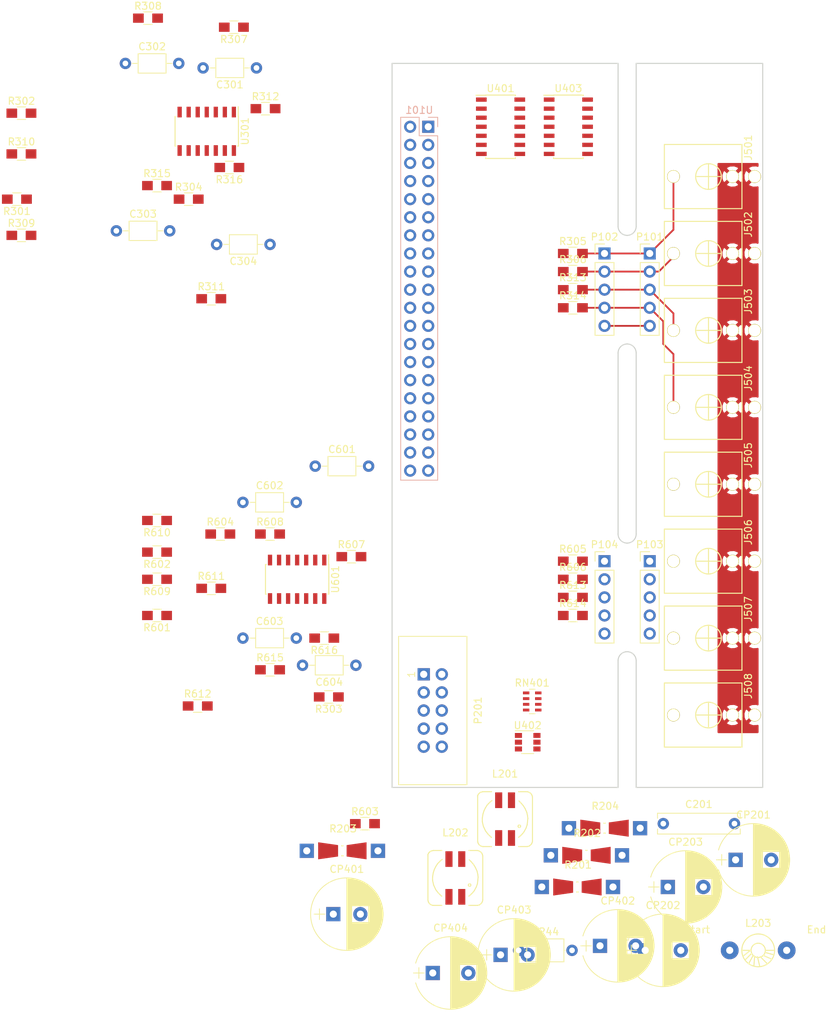
<source format=kicad_pcb>
(kicad_pcb (version 4) (host pcbnew 4.0.5+dfsg1-4)
  (layers (0 F.Cu signal) (31 B.Cu signal) (34 B.Paste user hide) (35 F.Paste user hide) (36 B.SilkS user) (37 F.SilkS user) (38 B.Mask user) (39 F.Mask user) (44 Edge.Cuts user))
  (net 0 "")
  (net 1 "Net-(C301-Pad2)")
  (net 2 "Net-(C301-Pad1)")
  (net 3 "Net-(C302-Pad2)")
  (net 4 "Net-(C302-Pad1)")
  (net 5 "Net-(C303-Pad2)")
  (net 6 "Net-(C304-Pad2)")
  (net 7 "Net-(C303-Pad1)")
  (net 8 "Net-(C304-Pad1)")
  (net 9 Earth)
  (net 10 +5V)
  (net 11 "Net-(C601-Pad1)")
  (net 12 "Net-(C601-Pad2)")
  (net 13 "Net-(C602-Pad1)")
  (net 14 "Net-(C602-Pad2)")
  (net 15 "Net-(C603-Pad1)")
  (net 16 "Net-(C603-Pad2)")
  (net 17 "Net-(C604-Pad1)")
  (net 18 "Net-(C604-Pad2)")
  (net 19 /1)
  (net 20 /2)
  (net 21 /3)
  (net 22 /4)
  (net 23 /5)
  (net 24 /6)
  (net 25 /7)
  (net 26 /8)
  (net 27 "/buffers 1-4/-5V")
  (net 28 /adc/SCL_5V)
  (net 29 /adc/SDA_5V)
  (net 30 +3V3)
  (net 31 "Net-(L201-Pad2)")
  (net 32 "Net-(L202-Pad2)")
  (net 33 "Net-(C201-Pad1)")
  (net 34 "Net-(C201-Pad2)")
  (net 35 VEE)
  (net 36 VCC)
  (net 37 "Net-(R201-Pad1)")
  (net 38 "Net-(R202-Pad2)")
  (net 39 "Net-(R203-Pad2)")
  (net 40 /I2C_data)
  (net 41 /I2C_clock)
  (net 42 "Net-(U101-Pad7)")
  (net 43 "Net-(U101-Pad8)")
  (net 44 "Net-(U101-Pad10)")
  (net 45 "Net-(U101-Pad11)")
  (net 46 "Net-(U101-Pad12)")
  (net 47 "Net-(U101-Pad13)")
  (net 48 "Net-(U101-Pad15)")
  (net 49 "Net-(U101-Pad16)")
  (net 50 "Net-(U101-Pad17)")
  (net 51 "Net-(U101-Pad18)")
  (net 52 "Net-(U101-Pad19)")
  (net 53 "Net-(U101-Pad21)")
  (net 54 "Net-(U101-Pad22)")
  (net 55 "Net-(U101-Pad23)")
  (net 56 "Net-(U101-Pad24)")
  (net 57 "Net-(U101-Pad26)")
  (net 58 "Net-(U101-Pad27)")
  (net 59 "Net-(U101-Pad28)")
  (net 60 "Net-(U101-Pad29)")
  (net 61 "Net-(U101-Pad31)")
  (net 62 "Net-(U101-Pad32)")
  (net 63 "Net-(U101-Pad33)")
  (net 64 "Net-(U101-Pad35)")
  (net 65 "Net-(U101-Pad36)")
  (net 66 "Net-(U101-Pad37)")
  (net 67 "Net-(U101-Pad38)")
  (net 68 "Net-(U101-Pad40)")
  (module Capacitors_THT:C_Axial_L3.8mm_D2.6mm_P7.50mm_Horizontal (layer F.Cu) (at 103.505 63.5 180)
    (fp_text reference C304 (at 3.75 -2.36 180) (layer F.SilkS))
    (fp_text value 560pF)
    (pad 1 thru_hole circle (at 0 0 180) (size 1.6 1.6) (drill 0.8) (layers *.Cu *.Mask) (net 8 "Net-(C304-Pad1)"))
    (pad 2 thru_hole oval (at 7.5 0 180) (size 1.6 1.6) (drill 0.8) (layers *.Cu *.Mask) (net 6 "Net-(C304-Pad2)"))
  )
  (module Capacitors_THT:C_Axial_L3.8mm_D2.6mm_P7.50mm_Horizontal (layer F.Cu) (at 81.915 61.595)
    (fp_text reference C303 (at 3.75 -2.36) (layer F.SilkS))
    (fp_text value 560pF)
    (pad 1 thru_hole circle (at 0 0) (size 1.6 1.6) (drill 0.8) (layers *.Cu *.Mask) (net 7 "Net-(C303-Pad1)"))
    (pad 2 thru_hole oval (at 7.5 0) (size 1.6 1.6) (drill 0.8) (layers *.Cu *.Mask) (net 5 "Net-(C303-Pad2)"))
  )
  (module Capacitors_THT:C_Axial_L3.8mm_D2.6mm_P7.50mm_Horizontal (layer F.Cu) (at 83.185 38.1)
    (fp_text reference C302 (at 3.75 -2.36) (layer F.SilkS))
    (fp_text value 560pF)
    (pad 1 thru_hole circle (at 0 0) (size 1.6 1.6) (drill 0.8) (layers *.Cu *.Mask) (net 4 "Net-(C302-Pad1)"))
    (pad 2 thru_hole oval (at 7.5 0) (size 1.6 1.6) (drill 0.8) (layers *.Cu *.Mask) (net 3 "Net-(C302-Pad2)"))
  )
  (module Capacitors_THT:C_Axial_L3.8mm_D2.6mm_P7.50mm_Horizontal (layer F.Cu) (at 101.6 38.735 180)
    (fp_text reference C301 (at 3.75 -2.36 180) (layer F.SilkS))
    (fp_text value 560pF)
    (pad 1 thru_hole circle (at 0 0 180) (size 1.6 1.6) (drill 0.8) (layers *.Cu *.Mask) (net 2 "Net-(C301-Pad1)"))
    (pad 2 thru_hole oval (at 7.5 0 180) (size 1.6 1.6) (drill 0.8) (layers *.Cu *.Mask) (net 1 "Net-(C301-Pad2)"))
  )
  (module Housings_SOIC:SOIC-14_3.9x8.7mm_Pitch1.27mm (layer F.Cu) (at 145.415 46.99)
    (fp_text reference U403 (at 0 -5.375) (layer F.SilkS))
    (fp_text value MCP3424)
    (pad 1 smd rect (at -2.7 -3.81) (size 1.5 0.6) (layers F.Cu F.Paste F.Mask) (net 23 /5))
    (pad 2 smd rect (at -2.7 -2.54) (size 1.5 0.6) (layers F.Cu F.Paste F.Mask) (net 9 Earth))
    (pad 3 smd rect (at -2.7 -1.27) (size 1.5 0.6) (layers F.Cu F.Paste F.Mask) (net 24 /6))
    (pad 4 smd rect (at -2.7 0) (size 1.5 0.6) (layers F.Cu F.Paste F.Mask) (net 9 Earth))
    (pad 5 smd rect (at -2.7 1.27) (size 1.5 0.6) (layers F.Cu F.Paste F.Mask) (net 9 Earth))
    (pad 6 smd rect (at -2.7 2.54) (size 1.5 0.6) (layers F.Cu F.Paste F.Mask) (net 10 +5V))
    (pad 7 smd rect (at -2.7 3.81) (size 1.5 0.6) (layers F.Cu F.Paste F.Mask) (net 29 /adc/SDA_5V))
    (pad 8 smd rect (at 2.7 3.81) (size 1.5 0.6) (layers F.Cu F.Paste F.Mask) (net 28 /adc/SCL_5V))
    (pad 9 smd rect (at 2.7 2.54) (size 1.5 0.6) (layers F.Cu F.Paste F.Mask) (net 10 +5V))
    (pad 10 smd rect (at 2.7 1.27) (size 1.5 0.6) (layers F.Cu F.Paste F.Mask) (net 9 Earth))
    (pad 11 smd rect (at 2.7 0) (size 1.5 0.6) (layers F.Cu F.Paste F.Mask) (net 26 /8))
    (pad 12 smd rect (at 2.7 -1.27) (size 1.5 0.6) (layers F.Cu F.Paste F.Mask) (net 9 Earth))
    (pad 13 smd rect (at 2.7 -2.54) (size 1.5 0.6) (layers F.Cu F.Paste F.Mask) (net 25 /7))
    (pad 14 smd rect (at 2.7 -3.81) (size 1.5 0.6) (layers F.Cu F.Paste F.Mask) (net 9 Earth))
  )
  (module Housings_SOIC:SOIC-14_3.9x8.7mm_Pitch1.27mm (layer F.Cu) (at 135.89 46.99)
    (fp_text reference U401 (at 0 -5.375) (layer F.SilkS))
    (fp_text value MCP3424)
    (pad 1 smd rect (at -2.7 -3.81) (size 1.5 0.6) (layers F.Cu F.Paste F.Mask) (net 19 /1))
    (pad 2 smd rect (at -2.7 -2.54) (size 1.5 0.6) (layers F.Cu F.Paste F.Mask) (net 9 Earth))
    (pad 3 smd rect (at -2.7 -1.27) (size 1.5 0.6) (layers F.Cu F.Paste F.Mask) (net 20 /2))
    (pad 4 smd rect (at -2.7 0) (size 1.5 0.6) (layers F.Cu F.Paste F.Mask) (net 9 Earth))
    (pad 5 smd rect (at -2.7 1.27) (size 1.5 0.6) (layers F.Cu F.Paste F.Mask) (net 9 Earth))
    (pad 6 smd rect (at -2.7 2.54) (size 1.5 0.6) (layers F.Cu F.Paste F.Mask) (net 10 +5V))
    (pad 7 smd rect (at -2.7 3.81) (size 1.5 0.6) (layers F.Cu F.Paste F.Mask) (net 29 /adc/SDA_5V))
    (pad 8 smd rect (at 2.7 3.81) (size 1.5 0.6) (layers F.Cu F.Paste F.Mask) (net 28 /adc/SCL_5V))
    (pad 9 smd rect (at 2.7 2.54) (size 1.5 0.6) (layers F.Cu F.Paste F.Mask) (net 9 Earth))
    (pad 10 smd rect (at 2.7 1.27) (size 1.5 0.6) (layers F.Cu F.Paste F.Mask) (net 10 +5V))
    (pad 11 smd rect (at 2.7 0) (size 1.5 0.6) (layers F.Cu F.Paste F.Mask) (net 21 /3))
    (pad 12 smd rect (at 2.7 -1.27) (size 1.5 0.6) (layers F.Cu F.Paste F.Mask) (net 9 Earth))
    (pad 13 smd rect (at 2.7 -2.54) (size 1.5 0.6) (layers F.Cu F.Paste F.Mask) (net 22 /4))
    (pad 14 smd rect (at 2.7 -3.81) (size 1.5 0.6) (layers F.Cu F.Paste F.Mask) (net 9 Earth))
  )
  (module Resistors_SMD:R_0805_HandSoldering (layer F.Cu) (at 97.79 52.705 180)
    (fp_text reference R316 (at 0 -1.7 180) (layer F.SilkS))
    (fp_text value 270)
    (pad 1 smd rect (at -1.35 0 180) (size 1.5 1.3) (layers F.Cu F.Paste F.Mask) (net 8 "Net-(C304-Pad1)"))
    (pad 2 smd rect (at 1.35 0 180) (size 1.5 1.3) (layers F.Cu F.Paste F.Mask) (net 6 "Net-(C304-Pad2)"))
  )
  (module Resistors_SMD:R_0805_HandSoldering (layer F.Cu) (at 87.63 55.245)
    (fp_text reference R315 (at 0 -1.7) (layer F.SilkS))
    (fp_text value 270)
    (pad 1 smd rect (at -1.35 0) (size 1.5 1.3) (layers F.Cu F.Paste F.Mask) (net 7 "Net-(C303-Pad1)"))
    (pad 2 smd rect (at 1.35 0) (size 1.5 1.3) (layers F.Cu F.Paste F.Mask) (net 5 "Net-(C303-Pad2)"))
  )
  (module Resistors_SMD:R_0805_HandSoldering (layer F.Cu) (at 146.05 72.39)
    (fp_text reference R314 (at 0 -1.7) (layer F.SilkS))
    (fp_text value 1k)
    (pad 1 smd rect (at -1.35 0) (size 1.5 1.3) (layers F.Cu F.Paste F.Mask) (net 6 "Net-(C304-Pad2)"))
    (pad 2 smd rect (at 1.35 0) (size 1.5 1.3) (layers F.Cu F.Paste F.Mask) (net 22 /4))
  )
  (module Resistors_SMD:R_0805_HandSoldering (layer F.Cu) (at 146.05 69.85)
    (fp_text reference R313 (at 0 -1.7) (layer F.SilkS))
    (fp_text value 1k)
    (pad 1 smd rect (at -1.35 0) (size 1.5 1.3) (layers F.Cu F.Paste F.Mask) (net 5 "Net-(C303-Pad2)"))
    (pad 2 smd rect (at 1.35 0) (size 1.5 1.3) (layers F.Cu F.Paste F.Mask) (net 21 /3))
  )
  (module Resistors_SMD:R_0805_HandSoldering (layer F.Cu) (at 102.87 44.45)
    (fp_text reference R312 (at 0 -1.7) (layer F.SilkS))
    (fp_text value 100R)
    (pad 1 smd rect (at -1.35 0) (size 1.5 1.3) (layers F.Cu F.Paste F.Mask) (net 22 /4))
    (pad 2 smd rect (at 1.35 0) (size 1.5 1.3) (layers F.Cu F.Paste F.Mask) (net 8 "Net-(C304-Pad1)"))
  )
  (module Resistors_SMD:R_0805_HandSoldering (layer F.Cu) (at 95.25 71.12)
    (fp_text reference R311 (at 0 -1.7) (layer F.SilkS))
    (fp_text value 100R)
    (pad 1 smd rect (at -1.35 0) (size 1.5 1.3) (layers F.Cu F.Paste F.Mask) (net 21 /3))
    (pad 2 smd rect (at 1.35 0) (size 1.5 1.3) (layers F.Cu F.Paste F.Mask) (net 7 "Net-(C303-Pad1)"))
  )
  (module Resistors_SMD:R_0805_HandSoldering (layer F.Cu) (at 68.58 50.8)
    (fp_text reference R310 (at 0 -1.7) (layer F.SilkS))
    (fp_text value 499)
    (pad 1 smd rect (at -1.35 0) (size 1.5 1.3) (layers F.Cu F.Paste F.Mask) (net 6 "Net-(C304-Pad2)"))
    (pad 2 smd rect (at 1.35 0) (size 1.5 1.3) (layers F.Cu F.Paste F.Mask) (net 27 "/buffers 1-4/-5V"))
  )
  (module Resistors_SMD:R_0805_HandSoldering (layer F.Cu) (at 68.58 62.23)
    (fp_text reference R309 (at 0 -1.7) (layer F.SilkS))
    (fp_text value 499)
    (pad 1 smd rect (at -1.35 0) (size 1.5 1.3) (layers F.Cu F.Paste F.Mask) (net 5 "Net-(C303-Pad2)"))
    (pad 2 smd rect (at 1.35 0) (size 1.5 1.3) (layers F.Cu F.Paste F.Mask) (net 27 "/buffers 1-4/-5V"))
  )
  (module Resistors_SMD:R_0805_HandSoldering (layer F.Cu) (at 86.36 31.75)
    (fp_text reference R308 (at 0 -1.7) (layer F.SilkS))
    (fp_text value 270)
    (pad 1 smd rect (at -1.35 0) (size 1.5 1.3) (layers F.Cu F.Paste F.Mask) (net 4 "Net-(C302-Pad1)"))
    (pad 2 smd rect (at 1.35 0) (size 1.5 1.3) (layers F.Cu F.Paste F.Mask) (net 3 "Net-(C302-Pad2)"))
  )
  (module Resistors_SMD:R_0805_HandSoldering (layer F.Cu) (at 146.05 67.31)
    (fp_text reference R306 (at 0 -1.7) (layer F.SilkS))
    (fp_text value 1k)
    (pad 1 smd rect (at -1.35 0) (size 1.5 1.3) (layers F.Cu F.Paste F.Mask) (net 3 "Net-(C302-Pad2)"))
    (pad 2 smd rect (at 1.35 0) (size 1.5 1.3) (layers F.Cu F.Paste F.Mask) (net 20 /2))
  )
  (module Resistors_SMD:R_0805_HandSoldering (layer F.Cu) (at 92.075 57.15)
    (fp_text reference R304 (at 0 -1.7) (layer F.SilkS))
    (fp_text value 100R)
    (pad 1 smd rect (at -1.35 0) (size 1.5 1.3) (layers F.Cu F.Paste F.Mask) (net 20 /2))
    (pad 2 smd rect (at 1.35 0) (size 1.5 1.3) (layers F.Cu F.Paste F.Mask) (net 4 "Net-(C302-Pad1)"))
  )
  (module Resistors_SMD:R_0805_HandSoldering (layer F.Cu) (at 68.58 45.085)
    (fp_text reference R302 (at 0 -1.7) (layer F.SilkS))
    (fp_text value 499)
    (pad 1 smd rect (at -1.35 0) (size 1.5 1.3) (layers F.Cu F.Paste F.Mask) (net 3 "Net-(C302-Pad2)"))
    (pad 2 smd rect (at 1.35 0) (size 1.5 1.3) (layers F.Cu F.Paste F.Mask) (net 27 "/buffers 1-4/-5V"))
  )
  (module Resistors_SMD:R_0805_HandSoldering (layer F.Cu) (at 98.425 33.02 180)
    (fp_text reference R307 (at 0 -1.7 180) (layer F.SilkS))
    (fp_text value 270)
    (pad 1 smd rect (at -1.35 0 180) (size 1.5 1.3) (layers F.Cu F.Paste F.Mask) (net 2 "Net-(C301-Pad1)"))
    (pad 2 smd rect (at 1.35 0 180) (size 1.5 1.3) (layers F.Cu F.Paste F.Mask) (net 1 "Net-(C301-Pad2)"))
  )
  (module Resistors_SMD:R_0805_HandSoldering (layer F.Cu) (at 146.05 64.77)
    (fp_text reference R305 (at 0 -1.7) (layer F.SilkS))
    (fp_text value 1k)
    (pad 1 smd rect (at -1.35 0) (size 1.5 1.3) (layers F.Cu F.Paste F.Mask) (net 1 "Net-(C301-Pad2)"))
    (pad 2 smd rect (at 1.35 0) (size 1.5 1.3) (layers F.Cu F.Paste F.Mask) (net 19 /1))
  )
  (module Resistors_SMD:R_0805_HandSoldering (layer F.Cu) (at 111.76 127 180)
    (fp_text reference R303 (at 0 -1.7 180) (layer F.SilkS))
    (fp_text value 100R)
    (pad 1 smd rect (at -1.35 0 180) (size 1.5 1.3) (layers F.Cu F.Paste F.Mask) (net 19 /1))
    (pad 2 smd rect (at 1.35 0 180) (size 1.5 1.3) (layers F.Cu F.Paste F.Mask) (net 2 "Net-(C301-Pad1)"))
  )
  (module Resistors_SMD:R_0805_HandSoldering (layer F.Cu) (at 67.945 57.15 180)
    (fp_text reference R301 (at 0 -1.7 180) (layer F.SilkS))
    (fp_text value 499)
    (pad 1 smd rect (at -1.35 0 180) (size 1.5 1.3) (layers F.Cu F.Paste F.Mask) (net 1 "Net-(C301-Pad2)"))
    (pad 2 smd rect (at 1.35 0 180) (size 1.5 1.3) (layers F.Cu F.Paste F.Mask) (net 27 "/buffers 1-4/-5V"))
  )
  (module Capacitors_THT:C_Axial_L3.8mm_D2.6mm_P7.50mm_Horizontal (layer F.Cu) (at 109.855 94.615)
    (fp_text reference C601 (at 3.75 -2.36) (layer F.SilkS))
    (fp_text value 560pF)
    (pad 1 thru_hole circle (at 0 0) (size 1.6 1.6) (drill 0.8) (layers *.Cu *.Mask) (net 11 "Net-(C601-Pad1)"))
    (pad 2 thru_hole oval (at 7.5 0) (size 1.6 1.6) (drill 0.8) (layers *.Cu *.Mask) (net 12 "Net-(C601-Pad2)"))
  )
  (module Capacitors_THT:C_Axial_L3.8mm_D2.6mm_P7.50mm_Horizontal (layer F.Cu) (at 99.695 99.695)
    (fp_text reference C602 (at 3.75 -2.36) (layer F.SilkS))
    (fp_text value 560pF)
    (pad 1 thru_hole circle (at 0 0) (size 1.6 1.6) (drill 0.8) (layers *.Cu *.Mask) (net 13 "Net-(C602-Pad1)"))
    (pad 2 thru_hole oval (at 7.5 0) (size 1.6 1.6) (drill 0.8) (layers *.Cu *.Mask) (net 14 "Net-(C602-Pad2)"))
  )
  (module Capacitors_THT:C_Axial_L3.8mm_D2.6mm_P7.50mm_Horizontal (layer F.Cu) (at 99.695 118.745)
    (fp_text reference C603 (at 3.75 -2.36) (layer F.SilkS))
    (fp_text value 560pF)
    (pad 1 thru_hole circle (at 0 0) (size 1.6 1.6) (drill 0.8) (layers *.Cu *.Mask) (net 15 "Net-(C603-Pad1)"))
    (pad 2 thru_hole oval (at 7.5 0) (size 1.6 1.6) (drill 0.8) (layers *.Cu *.Mask) (net 16 "Net-(C603-Pad2)"))
  )
  (module Capacitors_THT:C_Axial_L3.8mm_D2.6mm_P7.50mm_Horizontal (layer F.Cu) (at 115.57 122.555 180)
    (fp_text reference C604 (at 3.75 -2.36 180) (layer F.SilkS))
    (fp_text value 560pF)
    (pad 1 thru_hole circle (at 0 0 180) (size 1.6 1.6) (drill 0.8) (layers *.Cu *.Mask) (net 17 "Net-(C604-Pad1)"))
    (pad 2 thru_hole oval (at 7.5 0 180) (size 1.6 1.6) (drill 0.8) (layers *.Cu *.Mask) (net 18 "Net-(C604-Pad2)"))
  )
  (module Eurocad:PJ301M-12 (layer F.Cu) (at 165.1 53.975 90)
    (fp_text reference J501 (at 4.064 5.588 90) (layer F.SilkS))
    (fp_text value PJ301M-12)
    (pad 2 thru_hole circle (at 0 3.38 90) (size 1.8 1.8) (drill 1.6) (layers *.Cu *.Mask F.SilkS) (net 9 Earth))
    (pad 1 thru_hole circle (at 0 6.48 90) (size 1.8 1.8) (drill 1.6) (layers *.Cu *.Mask F.SilkS) (net 9 Earth))
    (pad 3 thru_hole circle (at 0 -4.92 90) (size 1.8 1.8) (drill 1.6) (layers *.Cu *.Mask F.SilkS) (net 19 /1))
  )
  (module Eurocad:PJ301M-12 (layer F.Cu) (at 165.1 64.77 90)
    (fp_text reference J502 (at 4.064 5.588 90) (layer F.SilkS))
    (fp_text value PJ301M-12)
    (pad 2 thru_hole circle (at 0 3.38 90) (size 1.8 1.8) (drill 1.6) (layers *.Cu *.Mask F.SilkS) (net 9 Earth))
    (pad 1 thru_hole circle (at 0 6.48 90) (size 1.8 1.8) (drill 1.6) (layers *.Cu *.Mask F.SilkS) (net 9 Earth))
    (pad 3 thru_hole circle (at 0 -4.92 90) (size 1.8 1.8) (drill 1.6) (layers *.Cu *.Mask F.SilkS) (net 20 /2))
  )
  (module Eurocad:PJ301M-12 (layer F.Cu) (at 165.1 75.565 90)
    (fp_text reference J503 (at 4.064 5.588 90) (layer F.SilkS))
    (fp_text value PJ301M-12)
    (pad 2 thru_hole circle (at 0 3.38 90) (size 1.8 1.8) (drill 1.6) (layers *.Cu *.Mask F.SilkS) (net 9 Earth))
    (pad 1 thru_hole circle (at 0 6.48 90) (size 1.8 1.8) (drill 1.6) (layers *.Cu *.Mask F.SilkS) (net 9 Earth))
    (pad 3 thru_hole circle (at 0 -4.92 90) (size 1.8 1.8) (drill 1.6) (layers *.Cu *.Mask F.SilkS) (net 21 /3))
  )
  (module Eurocad:PJ301M-12 (layer F.Cu) (at 165.1 86.36 90)
    (fp_text reference J504 (at 4.064 5.588 90) (layer F.SilkS))
    (fp_text value PJ301M-12)
    (pad 2 thru_hole circle (at 0 3.38 90) (size 1.8 1.8) (drill 1.6) (layers *.Cu *.Mask F.SilkS) (net 9 Earth))
    (pad 1 thru_hole circle (at 0 6.48 90) (size 1.8 1.8) (drill 1.6) (layers *.Cu *.Mask F.SilkS) (net 9 Earth))
    (pad 3 thru_hole circle (at 0 -4.92 90) (size 1.8 1.8) (drill 1.6) (layers *.Cu *.Mask F.SilkS) (net 22 /4))
  )
  (module Eurocad:PJ301M-12 (layer F.Cu) (at 165.1 97.155 90)
    (fp_text reference J505 (at 4.064 5.588 90) (layer F.SilkS))
    (fp_text value PJ301M-12)
    (pad 2 thru_hole circle (at 0 3.38 90) (size 1.8 1.8) (drill 1.6) (layers *.Cu *.Mask F.SilkS) (net 9 Earth))
    (pad 1 thru_hole circle (at 0 6.48 90) (size 1.8 1.8) (drill 1.6) (layers *.Cu *.Mask F.SilkS) (net 9 Earth))
    (pad 3 thru_hole circle (at 0 -4.92 90) (size 1.8 1.8) (drill 1.6) (layers *.Cu *.Mask F.SilkS) (net 23 /5))
  )
  (module Eurocad:PJ301M-12 (layer F.Cu) (at 165.1 107.95 90)
    (fp_text reference J506 (at 4.064 5.588 90) (layer F.SilkS))
    (fp_text value PJ301M-12)
    (pad 2 thru_hole circle (at 0 3.38 90) (size 1.8 1.8) (drill 1.6) (layers *.Cu *.Mask F.SilkS) (net 9 Earth))
    (pad 1 thru_hole circle (at 0 6.48 90) (size 1.8 1.8) (drill 1.6) (layers *.Cu *.Mask F.SilkS) (net 9 Earth))
    (pad 3 thru_hole circle (at 0 -4.92 90) (size 1.8 1.8) (drill 1.6) (layers *.Cu *.Mask F.SilkS) (net 24 /6))
  )
  (module Eurocad:PJ301M-12 (layer F.Cu) (at 165.1 118.745 90)
    (fp_text reference J507 (at 4.064 5.588 90) (layer F.SilkS))
    (fp_text value PJ301M-12)
    (pad 2 thru_hole circle (at 0 3.38 90) (size 1.8 1.8) (drill 1.6) (layers *.Cu *.Mask F.SilkS) (net 9 Earth))
    (pad 1 thru_hole circle (at 0 6.48 90) (size 1.8 1.8) (drill 1.6) (layers *.Cu *.Mask F.SilkS) (net 9 Earth))
    (pad 3 thru_hole circle (at 0 -4.92 90) (size 1.8 1.8) (drill 1.6) (layers *.Cu *.Mask F.SilkS) (net 25 /7))
  )
  (module Eurocad:PJ301M-12 (layer F.Cu) (at 165.1 129.54 90)
    (fp_text reference J508 (at 4.064 5.588 90) (layer F.SilkS))
    (fp_text value PJ301M-12)
    (pad 2 thru_hole circle (at 0 3.38 90) (size 1.8 1.8) (drill 1.6) (layers *.Cu *.Mask F.SilkS) (net 9 Earth))
    (pad 1 thru_hole circle (at 0 6.48 90) (size 1.8 1.8) (drill 1.6) (layers *.Cu *.Mask F.SilkS) (net 9 Earth))
    (pad 3 thru_hole circle (at 0 -4.92 90) (size 1.8 1.8) (drill 1.6) (layers *.Cu *.Mask F.SilkS) (net 26 /8))
  )
  (module Pin_Headers:Pin_Header_Straight_1x05_Pitch2.54mm (layer F.Cu) (at 156.845 64.77)
    (fp_text reference P101 (at 0 -2.33) (layer F.SilkS))
    (fp_text value CONN_01X05)
    (pad 1 thru_hole rect (at 0 0) (size 1.7 1.7) (drill 1) (layers *.Cu *.Mask) (net 19 /1))
    (pad 2 thru_hole oval (at 0 2.54) (size 1.7 1.7) (drill 1) (layers *.Cu *.Mask) (net 20 /2))
    (pad 3 thru_hole oval (at 0 5.08) (size 1.7 1.7) (drill 1) (layers *.Cu *.Mask) (net 21 /3))
    (pad 4 thru_hole oval (at 0 7.62) (size 1.7 1.7) (drill 1) (layers *.Cu *.Mask) (net 22 /4))
    (pad 5 thru_hole oval (at 0 10.16) (size 1.7 1.7) (drill 1) (layers *.Cu *.Mask) (net 9 Earth))
  )
  (module Pin_Headers:Pin_Header_Straight_1x05_Pitch2.54mm (layer F.Cu) (at 150.495 64.77)
    (fp_text reference P102 (at 0 -2.33) (layer F.SilkS))
    (fp_text value CONN_01X05)
    (pad 1 thru_hole rect (at 0 0) (size 1.7 1.7) (drill 1) (layers *.Cu *.Mask) (net 19 /1))
    (pad 2 thru_hole oval (at 0 2.54) (size 1.7 1.7) (drill 1) (layers *.Cu *.Mask) (net 20 /2))
    (pad 3 thru_hole oval (at 0 5.08) (size 1.7 1.7) (drill 1) (layers *.Cu *.Mask) (net 21 /3))
    (pad 4 thru_hole oval (at 0 7.62) (size 1.7 1.7) (drill 1) (layers *.Cu *.Mask) (net 22 /4))
    (pad 5 thru_hole oval (at 0 10.16) (size 1.7 1.7) (drill 1) (layers *.Cu *.Mask) (net 9 Earth))
  )
  (module Pin_Headers:Pin_Header_Straight_1x05_Pitch2.54mm (layer F.Cu) (at 156.845 107.95)
    (fp_text reference P103 (at 0 -2.33) (layer F.SilkS))
    (fp_text value CONN_01X05)
    (pad 1 thru_hole rect (at 0 0) (size 1.7 1.7) (drill 1) (layers *.Cu *.Mask) (net 23 /5))
    (pad 2 thru_hole oval (at 0 2.54) (size 1.7 1.7) (drill 1) (layers *.Cu *.Mask) (net 24 /6))
    (pad 3 thru_hole oval (at 0 5.08) (size 1.7 1.7) (drill 1) (layers *.Cu *.Mask) (net 25 /7))
    (pad 4 thru_hole oval (at 0 7.62) (size 1.7 1.7) (drill 1) (layers *.Cu *.Mask) (net 26 /8))
    (pad 5 thru_hole oval (at 0 10.16) (size 1.7 1.7) (drill 1) (layers *.Cu *.Mask) (net 9 Earth))
  )
  (module Pin_Headers:Pin_Header_Straight_1x05_Pitch2.54mm (layer F.Cu) (at 150.495 107.95)
    (fp_text reference P104 (at 0 -2.33) (layer F.SilkS))
    (fp_text value CONN_01X05)
    (pad 1 thru_hole rect (at 0 0) (size 1.7 1.7) (drill 1) (layers *.Cu *.Mask) (net 23 /5))
    (pad 2 thru_hole oval (at 0 2.54) (size 1.7 1.7) (drill 1) (layers *.Cu *.Mask) (net 24 /6))
    (pad 3 thru_hole oval (at 0 5.08) (size 1.7 1.7) (drill 1) (layers *.Cu *.Mask) (net 25 /7))
    (pad 4 thru_hole oval (at 0 7.62) (size 1.7 1.7) (drill 1) (layers *.Cu *.Mask) (net 26 /8))
    (pad 5 thru_hole oval (at 0 10.16) (size 1.7 1.7) (drill 1) (layers *.Cu *.Mask) (net 9 Earth))
  )
  (module Resistors_SMD:R_0805_HandSoldering (layer F.Cu) (at 87.63 115.57 180)
    (fp_text reference R601 (at 0 -1.7 180) (layer F.SilkS))
    (fp_text value 499)
    (pad 1 smd rect (at -1.35 0 180) (size 1.5 1.3) (layers F.Cu F.Paste F.Mask) (net 12 "Net-(C601-Pad2)"))
    (pad 2 smd rect (at 1.35 0 180) (size 1.5 1.3) (layers F.Cu F.Paste F.Mask) (net 27 "/buffers 1-4/-5V"))
  )
  (module Resistors_SMD:R_0805_HandSoldering (layer F.Cu) (at 87.63 106.68 180)
    (fp_text reference R602 (at 0 -1.7 180) (layer F.SilkS))
    (fp_text value 499)
    (pad 1 smd rect (at -1.35 0 180) (size 1.5 1.3) (layers F.Cu F.Paste F.Mask) (net 14 "Net-(C602-Pad2)"))
    (pad 2 smd rect (at 1.35 0 180) (size 1.5 1.3) (layers F.Cu F.Paste F.Mask) (net 27 "/buffers 1-4/-5V"))
  )
  (module Resistors_SMD:R_0805_HandSoldering (layer F.Cu) (at 116.84 144.78)
    (fp_text reference R603 (at 0 -1.7) (layer F.SilkS))
    (fp_text value 100R)
    (pad 1 smd rect (at -1.35 0) (size 1.5 1.3) (layers F.Cu F.Paste F.Mask) (net 23 /5))
    (pad 2 smd rect (at 1.35 0) (size 1.5 1.3) (layers F.Cu F.Paste F.Mask) (net 11 "Net-(C601-Pad1)"))
  )
  (module Resistors_SMD:R_0805_HandSoldering (layer F.Cu) (at 96.52 104.14)
    (fp_text reference R604 (at 0 -1.7) (layer F.SilkS))
    (fp_text value 100R)
    (pad 1 smd rect (at -1.35 0) (size 1.5 1.3) (layers F.Cu F.Paste F.Mask) (net 24 /6))
    (pad 2 smd rect (at 1.35 0) (size 1.5 1.3) (layers F.Cu F.Paste F.Mask) (net 13 "Net-(C602-Pad1)"))
  )
  (module Resistors_SMD:R_0805_HandSoldering (layer F.Cu) (at 146.05 107.95)
    (fp_text reference R605 (at 0 -1.7) (layer F.SilkS))
    (fp_text value 1k)
    (pad 1 smd rect (at -1.35 0) (size 1.5 1.3) (layers F.Cu F.Paste F.Mask) (net 12 "Net-(C601-Pad2)"))
    (pad 2 smd rect (at 1.35 0) (size 1.5 1.3) (layers F.Cu F.Paste F.Mask) (net 23 /5))
  )
  (module Resistors_SMD:R_0805_HandSoldering (layer F.Cu) (at 146.05 110.49)
    (fp_text reference R606 (at 0 -1.7) (layer F.SilkS))
    (fp_text value 1k)
    (pad 1 smd rect (at -1.35 0) (size 1.5 1.3) (layers F.Cu F.Paste F.Mask) (net 14 "Net-(C602-Pad2)"))
    (pad 2 smd rect (at 1.35 0) (size 1.5 1.3) (layers F.Cu F.Paste F.Mask) (net 24 /6))
  )
  (module Resistors_SMD:R_0805_HandSoldering (layer F.Cu) (at 114.935 107.315)
    (fp_text reference R607 (at 0 -1.7) (layer F.SilkS))
    (fp_text value 270)
    (pad 1 smd rect (at -1.35 0) (size 1.5 1.3) (layers F.Cu F.Paste F.Mask) (net 11 "Net-(C601-Pad1)"))
    (pad 2 smd rect (at 1.35 0) (size 1.5 1.3) (layers F.Cu F.Paste F.Mask) (net 12 "Net-(C601-Pad2)"))
  )
  (module Resistors_SMD:R_0805_HandSoldering (layer F.Cu) (at 103.505 104.14)
    (fp_text reference R608 (at 0 -1.7) (layer F.SilkS))
    (fp_text value 270)
    (pad 1 smd rect (at -1.35 0) (size 1.5 1.3) (layers F.Cu F.Paste F.Mask) (net 13 "Net-(C602-Pad1)"))
    (pad 2 smd rect (at 1.35 0) (size 1.5 1.3) (layers F.Cu F.Paste F.Mask) (net 14 "Net-(C602-Pad2)"))
  )
  (module Resistors_SMD:R_0805_HandSoldering (layer F.Cu) (at 87.63 110.49 180)
    (fp_text reference R609 (at 0 -1.7 180) (layer F.SilkS))
    (fp_text value 499)
    (pad 1 smd rect (at -1.35 0 180) (size 1.5 1.3) (layers F.Cu F.Paste F.Mask) (net 16 "Net-(C603-Pad2)"))
    (pad 2 smd rect (at 1.35 0 180) (size 1.5 1.3) (layers F.Cu F.Paste F.Mask) (net 27 "/buffers 1-4/-5V"))
  )
  (module Resistors_SMD:R_0805_HandSoldering (layer F.Cu) (at 87.63 102.235 180)
    (fp_text reference R610 (at 0 -1.7 180) (layer F.SilkS))
    (fp_text value 499)
    (pad 1 smd rect (at -1.35 0 180) (size 1.5 1.3) (layers F.Cu F.Paste F.Mask) (net 18 "Net-(C604-Pad2)"))
    (pad 2 smd rect (at 1.35 0 180) (size 1.5 1.3) (layers F.Cu F.Paste F.Mask) (net 27 "/buffers 1-4/-5V"))
  )
  (module Resistors_SMD:R_0805_HandSoldering (layer F.Cu) (at 95.25 111.76)
    (fp_text reference R611 (at 0 -1.7) (layer F.SilkS))
    (fp_text value 100R)
    (pad 1 smd rect (at -1.35 0) (size 1.5 1.3) (layers F.Cu F.Paste F.Mask) (net 25 /7))
    (pad 2 smd rect (at 1.35 0) (size 1.5 1.3) (layers F.Cu F.Paste F.Mask) (net 15 "Net-(C603-Pad1)"))
  )
  (module Resistors_SMD:R_0805_HandSoldering (layer F.Cu) (at 93.345 128.27)
    (fp_text reference R612 (at 0 -1.7) (layer F.SilkS))
    (fp_text value 100R)
    (pad 1 smd rect (at -1.35 0) (size 1.5 1.3) (layers F.Cu F.Paste F.Mask) (net 26 /8))
    (pad 2 smd rect (at 1.35 0) (size 1.5 1.3) (layers F.Cu F.Paste F.Mask) (net 17 "Net-(C604-Pad1)"))
  )
  (module Resistors_SMD:R_0805_HandSoldering (layer F.Cu) (at 146.05 113.03)
    (fp_text reference R613 (at 0 -1.7) (layer F.SilkS))
    (fp_text value 1k)
    (pad 1 smd rect (at -1.35 0) (size 1.5 1.3) (layers F.Cu F.Paste F.Mask) (net 16 "Net-(C603-Pad2)"))
    (pad 2 smd rect (at 1.35 0) (size 1.5 1.3) (layers F.Cu F.Paste F.Mask) (net 25 /7))
  )
  (module Resistors_SMD:R_0805_HandSoldering (layer F.Cu) (at 146.05 115.57)
    (fp_text reference R614 (at 0 -1.7) (layer F.SilkS))
    (fp_text value 1k)
    (pad 1 smd rect (at -1.35 0) (size 1.5 1.3) (layers F.Cu F.Paste F.Mask) (net 18 "Net-(C604-Pad2)"))
    (pad 2 smd rect (at 1.35 0) (size 1.5 1.3) (layers F.Cu F.Paste F.Mask) (net 26 /8))
  )
  (module Resistors_SMD:R_0805_HandSoldering (layer F.Cu) (at 103.505 123.19)
    (fp_text reference R615 (at 0 -1.7) (layer F.SilkS))
    (fp_text value 270)
    (pad 1 smd rect (at -1.35 0) (size 1.5 1.3) (layers F.Cu F.Paste F.Mask) (net 15 "Net-(C603-Pad1)"))
    (pad 2 smd rect (at 1.35 0) (size 1.5 1.3) (layers F.Cu F.Paste F.Mask) (net 16 "Net-(C603-Pad2)"))
  )
  (module Resistors_SMD:R_0805_HandSoldering (layer F.Cu) (at 111.125 118.745 180)
    (fp_text reference R616 (at 0 -1.7 180) (layer F.SilkS))
    (fp_text value 270)
    (pad 1 smd rect (at -1.35 0 180) (size 1.5 1.3) (layers F.Cu F.Paste F.Mask) (net 17 "Net-(C604-Pad1)"))
    (pad 2 smd rect (at 1.35 0 180) (size 1.5 1.3) (layers F.Cu F.Paste F.Mask) (net 18 "Net-(C604-Pad2)"))
  )
  (module Resistors_SMD:R_Array_Concave_4x0603 (layer F.Cu) (at 140.335 127.635)
    (fp_text reference RN401 (at 0 -2.6) (layer F.SilkS))
    (fp_text value 10k)
    (pad 2 smd rect (at -0.85 -0.4) (size 0.9 0.4) (layers F.Cu F.Paste F.Mask) (net 28 /adc/SCL_5V))
    (pad 3 smd rect (at -0.85 0.4) (size 0.9 0.4) (layers F.Cu F.Paste F.Mask) (net 10 +5V))
    (pad 1 smd rect (at -0.85 -1.2) (size 0.9 0.4) (layers F.Cu F.Paste F.Mask) (net 10 +5V))
    (pad 4 smd rect (at -0.85 1.2) (size 0.9 0.4) (layers F.Cu F.Paste F.Mask) (net 29 /adc/SDA_5V))
    (pad 8 smd rect (at 0.85 -1.2) (size 0.9 0.4) (layers F.Cu F.Paste F.Mask) (net 40 /I2C_data))
    (pad 7 smd rect (at 0.85 -0.4) (size 0.9 0.4) (layers F.Cu F.Paste F.Mask) (net 30 +3V3))
    (pad 6 smd rect (at 0.85 0.4) (size 0.9 0.4) (layers F.Cu F.Paste F.Mask) (net 41 /I2C_clock))
    (pad 5 smd rect (at 0.85 1.2) (size 0.9 0.4) (layers F.Cu F.Paste F.Mask) (net 30 +3V3))
  )
  (module Pin_Headers:Pin_Header_Straight_2x20_Pitch2.54mm (layer B.Cu) (at 125.73 46.99 180)
    (fp_text reference U101 (at 1.27 2.33 180) (layer B.SilkS) (effects (justify mirror)))
    (fp_text value Raspberry_Pi_Zero)
    (pad 1 thru_hole rect (at 0 0 180) (size 1.7 1.7) (drill 1) (layers *.Cu *.Mask) (net 30 +3V3))
    (pad 2 thru_hole oval (at 2.54 0 180) (size 1.7 1.7) (drill 1) (layers *.Cu *.Mask) (net 10 +5V))
    (pad 3 thru_hole oval (at 0 -2.54 180) (size 1.7 1.7) (drill 1) (layers *.Cu *.Mask) (net 40 /I2C_data))
    (pad 4 thru_hole oval (at 2.54 -2.54 180) (size 1.7 1.7) (drill 1) (layers *.Cu *.Mask) (net 10 +5V))
    (pad 5 thru_hole oval (at 0 -5.08 180) (size 1.7 1.7) (drill 1) (layers *.Cu *.Mask) (net 41 /I2C_clock))
    (pad 6 thru_hole oval (at 2.54 -5.08 180) (size 1.7 1.7) (drill 1) (layers *.Cu *.Mask) (net 9 Earth))
    (pad 7 thru_hole oval (at 0 -7.62 180) (size 1.7 1.7) (drill 1) (layers *.Cu *.Mask) (net 42 "Net-(U101-Pad7)"))
    (pad 8 thru_hole oval (at 2.54 -7.62 180) (size 1.7 1.7) (drill 1) (layers *.Cu *.Mask) (net 43 "Net-(U101-Pad8)"))
    (pad 9 thru_hole oval (at 0 -10.16 180) (size 1.7 1.7) (drill 1) (layers *.Cu *.Mask) (net 9 Earth))
    (pad 10 thru_hole oval (at 2.54 -10.16 180) (size 1.7 1.7) (drill 1) (layers *.Cu *.Mask) (net 44 "Net-(U101-Pad10)"))
    (pad 11 thru_hole oval (at 0 -12.7 180) (size 1.7 1.7) (drill 1) (layers *.Cu *.Mask) (net 45 "Net-(U101-Pad11)"))
    (pad 12 thru_hole oval (at 2.54 -12.7 180) (size 1.7 1.7) (drill 1) (layers *.Cu *.Mask) (net 46 "Net-(U101-Pad12)"))
    (pad 13 thru_hole oval (at 0 -15.24 180) (size 1.7 1.7) (drill 1) (layers *.Cu *.Mask) (net 47 "Net-(U101-Pad13)"))
    (pad 14 thru_hole oval (at 2.54 -15.24 180) (size 1.7 1.7) (drill 1) (layers *.Cu *.Mask) (net 9 Earth))
    (pad 15 thru_hole oval (at 0 -17.78 180) (size 1.7 1.7) (drill 1) (layers *.Cu *.Mask) (net 48 "Net-(U101-Pad15)"))
    (pad 16 thru_hole oval (at 2.54 -17.78 180) (size 1.7 1.7) (drill 1) (layers *.Cu *.Mask) (net 49 "Net-(U101-Pad16)"))
    (pad 17 thru_hole oval (at 0 -20.32 180) (size 1.7 1.7) (drill 1) (layers *.Cu *.Mask) (net 50 "Net-(U101-Pad17)"))
    (pad 18 thru_hole oval (at 2.54 -20.32 180) (size 1.7 1.7) (drill 1) (layers *.Cu *.Mask) (net 51 "Net-(U101-Pad18)"))
    (pad 19 thru_hole oval (at 0 -22.86 180) (size 1.7 1.7) (drill 1) (layers *.Cu *.Mask) (net 52 "Net-(U101-Pad19)"))
    (pad 20 thru_hole oval (at 2.54 -22.86 180) (size 1.7 1.7) (drill 1) (layers *.Cu *.Mask) (net 9 Earth))
    (pad 21 thru_hole oval (at 0 -25.4 180) (size 1.7 1.7) (drill 1) (layers *.Cu *.Mask) (net 53 "Net-(U101-Pad21)"))
    (pad 22 thru_hole oval (at 2.54 -25.4 180) (size 1.7 1.7) (drill 1) (layers *.Cu *.Mask) (net 54 "Net-(U101-Pad22)"))
    (pad 23 thru_hole oval (at 0 -27.94 180) (size 1.7 1.7) (drill 1) (layers *.Cu *.Mask) (net 55 "Net-(U101-Pad23)"))
    (pad 24 thru_hole oval (at 2.54 -27.94 180) (size 1.7 1.7) (drill 1) (layers *.Cu *.Mask) (net 56 "Net-(U101-Pad24)"))
    (pad 25 thru_hole oval (at 0 -30.48 180) (size 1.7 1.7) (drill 1) (layers *.Cu *.Mask) (net 9 Earth))
    (pad 26 thru_hole oval (at 2.54 -30.48 180) (size 1.7 1.7) (drill 1) (layers *.Cu *.Mask) (net 57 "Net-(U101-Pad26)"))
    (pad 27 thru_hole oval (at 0 -33.02 180) (size 1.7 1.7) (drill 1) (layers *.Cu *.Mask) (net 58 "Net-(U101-Pad27)"))
    (pad 28 thru_hole oval (at 2.54 -33.02 180) (size 1.7 1.7) (drill 1) (layers *.Cu *.Mask) (net 59 "Net-(U101-Pad28)"))
    (pad 29 thru_hole oval (at 0 -35.56 180) (size 1.7 1.7) (drill 1) (layers *.Cu *.Mask) (net 60 "Net-(U101-Pad29)"))
    (pad 30 thru_hole oval (at 2.54 -35.56 180) (size 1.7 1.7) (drill 1) (layers *.Cu *.Mask) (net 9 Earth))
    (pad 31 thru_hole oval (at 0 -38.1 180) (size 1.7 1.7) (drill 1) (layers *.Cu *.Mask) (net 61 "Net-(U101-Pad31)"))
    (pad 32 thru_hole oval (at 2.54 -38.1 180) (size 1.7 1.7) (drill 1) (layers *.Cu *.Mask) (net 62 "Net-(U101-Pad32)"))
    (pad 33 thru_hole oval (at 0 -40.64 180) (size 1.7 1.7) (drill 1) (layers *.Cu *.Mask) (net 63 "Net-(U101-Pad33)"))
    (pad 34 thru_hole oval (at 2.54 -40.64 180) (size 1.7 1.7) (drill 1) (layers *.Cu *.Mask) (net 9 Earth))
    (pad 35 thru_hole oval (at 0 -43.18 180) (size 1.7 1.7) (drill 1) (layers *.Cu *.Mask) (net 64 "Net-(U101-Pad35)"))
    (pad 36 thru_hole oval (at 2.54 -43.18 180) (size 1.7 1.7) (drill 1) (layers *.Cu *.Mask) (net 65 "Net-(U101-Pad36)"))
    (pad 37 thru_hole oval (at 0 -45.72 180) (size 1.7 1.7) (drill 1) (layers *.Cu *.Mask) (net 66 "Net-(U101-Pad37)"))
    (pad 38 thru_hole oval (at 2.54 -45.72 180) (size 1.7 1.7) (drill 1) (layers *.Cu *.Mask) (net 67 "Net-(U101-Pad38)"))
    (pad 39 thru_hole oval (at 0 -48.26 180) (size 1.7 1.7) (drill 1) (layers *.Cu *.Mask) (net 9 Earth))
    (pad 40 thru_hole oval (at 2.54 -48.26 180) (size 1.7 1.7) (drill 1) (layers *.Cu *.Mask) (net 68 "Net-(U101-Pad40)"))
  )
  (module TO_SOT_Packages_SMD:SuperSOT-6 (layer F.Cu) (at 139.7 133.35)
    (fp_text reference U402 (at 0 -2.35) (layer F.SilkS))
    (fp_text value FDC6301N)
    (pad 1 smd rect (at -1.3 -0.95) (size 1 0.7) (layers F.Cu F.Paste F.Mask) (net 30 +3V3))
    (pad 2 smd rect (at -1.3 0) (size 1 0.7) (layers F.Cu F.Paste F.Mask) (net 40 /I2C_data))
    (pad 3 smd rect (at -1.3 0.95) (size 1 0.7) (layers F.Cu F.Paste F.Mask) (net 30 +3V3))
    (pad 4 smd rect (at 1.3 0.95) (size 1 0.7) (layers F.Cu F.Paste F.Mask) (net 29 /adc/SDA_5V))
    (pad 6 smd rect (at 1.3 -0.95) (size 1 0.7) (layers F.Cu F.Paste F.Mask) (net 28 /adc/SCL_5V))
    (pad 5 smd rect (at 1.3 0) (size 1 0.7) (layers F.Cu F.Paste F.Mask) (net 41 /I2C_clock))
  )
  (module Connectors:IDC_Header_Straight_10pins (layer F.Cu) (at 125.095 123.825 270)
    (fp_text reference P201 (at 5.08 -7.62 270) (layer F.SilkS))
    (fp_text value CONN_02X05)
    (fp_text user 1 (at 0.02 1.72 270) (layer F.SilkS) (effects (font (thickness 0.12))))
    (pad 1 thru_hole rect (at 0 0 270) (size 1.7272 1.7272) (drill 1.016) (layers *.Cu *.Mask) (net 31 "Net-(L201-Pad2)"))
    (pad 2 thru_hole oval (at 0 -2.54 270) (size 1.7272 1.7272) (drill 1.016) (layers *.Cu *.Mask) (net 31 "Net-(L201-Pad2)"))
    (pad 3 thru_hole oval (at 2.54 0 270) (size 1.7272 1.7272) (drill 1.016) (layers *.Cu *.Mask) (net 9 Earth))
    (pad 4 thru_hole oval (at 2.54 -2.54 270) (size 1.7272 1.7272) (drill 1.016) (layers *.Cu *.Mask) (net 9 Earth))
    (pad 5 thru_hole oval (at 5.08 0 270) (size 1.7272 1.7272) (drill 1.016) (layers *.Cu *.Mask) (net 9 Earth))
    (pad 6 thru_hole oval (at 5.08 -2.54 270) (size 1.7272 1.7272) (drill 1.016) (layers *.Cu *.Mask) (net 9 Earth))
    (pad 7 thru_hole oval (at 7.62 0 270) (size 1.7272 1.7272) (drill 1.016) (layers *.Cu *.Mask) (net 9 Earth))
    (pad 8 thru_hole oval (at 7.62 -2.54 270) (size 1.7272 1.7272) (drill 1.016) (layers *.Cu *.Mask) (net 9 Earth))
    (pad 9 thru_hole oval (at 10.16 0 270) (size 1.7272 1.7272) (drill 1.016) (layers *.Cu *.Mask) (net 32 "Net-(L202-Pad2)"))
    (pad 10 thru_hole oval (at 10.16 -2.54 270) (size 1.7272 1.7272) (drill 1.016) (layers *.Cu *.Mask) (net 32 "Net-(L202-Pad2)"))
  )
  (module Housings_SOIC:SOIC-14_3.9x8.7mm_Pitch1.27mm (layer F.Cu) (at 107.315 110.49 270)
    (fp_text reference U601 (at 0 -5.375 270) (layer F.SilkS))
    (fp_text value MCP6004)
    (pad 1 smd rect (at -2.7 -3.81 270) (size 1.5 0.6) (layers F.Cu F.Paste F.Mask) (net 11 "Net-(C601-Pad1)"))
    (pad 2 smd rect (at -2.7 -2.54 270) (size 1.5 0.6) (layers F.Cu F.Paste F.Mask) (net 12 "Net-(C601-Pad2)"))
    (pad 3 smd rect (at -2.7 -1.27 270) (size 1.5 0.6) (layers F.Cu F.Paste F.Mask) (net 9 Earth))
    (pad 4 smd rect (at -2.7 0 270) (size 1.5 0.6) (layers F.Cu F.Paste F.Mask) (net 10 +5V))
    (pad 5 smd rect (at -2.7 1.27 270) (size 1.5 0.6) (layers F.Cu F.Paste F.Mask) (net 9 Earth))
    (pad 6 smd rect (at -2.7 2.54 270) (size 1.5 0.6) (layers F.Cu F.Paste F.Mask) (net 14 "Net-(C602-Pad2)"))
    (pad 7 smd rect (at -2.7 3.81 270) (size 1.5 0.6) (layers F.Cu F.Paste F.Mask) (net 13 "Net-(C602-Pad1)"))
    (pad 8 smd rect (at 2.7 3.81 270) (size 1.5 0.6) (layers F.Cu F.Paste F.Mask) (net 15 "Net-(C603-Pad1)"))
    (pad 9 smd rect (at 2.7 2.54 270) (size 1.5 0.6) (layers F.Cu F.Paste F.Mask) (net 16 "Net-(C603-Pad2)"))
    (pad 10 smd rect (at 2.7 1.27 270) (size 1.5 0.6) (layers F.Cu F.Paste F.Mask) (net 9 Earth))
    (pad 11 smd rect (at 2.7 0 270) (size 1.5 0.6) (layers F.Cu F.Paste F.Mask) (net 9 Earth))
    (pad 12 smd rect (at 2.7 -1.27 270) (size 1.5 0.6) (layers F.Cu F.Paste F.Mask) (net 9 Earth))
    (pad 13 smd rect (at 2.7 -2.54 270) (size 1.5 0.6) (layers F.Cu F.Paste F.Mask) (net 18 "Net-(C604-Pad2)"))
    (pad 14 smd rect (at 2.7 -3.81 270) (size 1.5 0.6) (layers F.Cu F.Paste F.Mask) (net 17 "Net-(C604-Pad1)"))
  )
  (module Housings_SOIC:SOIC-14_3.9x8.7mm_Pitch1.27mm (layer F.Cu) (at 94.615 47.625 270)
    (fp_text reference U301 (at 0 -5.375 270) (layer F.SilkS))
    (fp_text value MCP6004)
    (pad 1 smd rect (at -2.7 -3.81 270) (size 1.5 0.6) (layers F.Cu F.Paste F.Mask) (net 2 "Net-(C301-Pad1)"))
    (pad 2 smd rect (at -2.7 -2.54 270) (size 1.5 0.6) (layers F.Cu F.Paste F.Mask) (net 1 "Net-(C301-Pad2)"))
    (pad 3 smd rect (at -2.7 -1.27 270) (size 1.5 0.6) (layers F.Cu F.Paste F.Mask) (net 9 Earth))
    (pad 4 smd rect (at -2.7 0 270) (size 1.5 0.6) (layers F.Cu F.Paste F.Mask) (net 10 +5V))
    (pad 5 smd rect (at -2.7 1.27 270) (size 1.5 0.6) (layers F.Cu F.Paste F.Mask) (net 9 Earth))
    (pad 6 smd rect (at -2.7 2.54 270) (size 1.5 0.6) (layers F.Cu F.Paste F.Mask) (net 3 "Net-(C302-Pad2)"))
    (pad 7 smd rect (at -2.7 3.81 270) (size 1.5 0.6) (layers F.Cu F.Paste F.Mask) (net 4 "Net-(C302-Pad1)"))
    (pad 8 smd rect (at 2.7 3.81 270) (size 1.5 0.6) (layers F.Cu F.Paste F.Mask) (net 7 "Net-(C303-Pad1)"))
    (pad 9 smd rect (at 2.7 2.54 270) (size 1.5 0.6) (layers F.Cu F.Paste F.Mask) (net 5 "Net-(C303-Pad2)"))
    (pad 10 smd rect (at 2.7 1.27 270) (size 1.5 0.6) (layers F.Cu F.Paste F.Mask) (net 9 Earth))
    (pad 11 smd rect (at 2.7 0 270) (size 1.5 0.6) (layers F.Cu F.Paste F.Mask) (net 9 Earth))
    (pad 12 smd rect (at 2.7 -1.27 270) (size 1.5 0.6) (layers F.Cu F.Paste F.Mask) (net 9 Earth))
    (pad 13 smd rect (at 2.7 -2.54 270) (size 1.5 0.6) (layers F.Cu F.Paste F.Mask) (net 6 "Net-(C304-Pad2)"))
    (pad 14 smd rect (at 2.7 -3.81 270) (size 1.5 0.6) (layers F.Cu F.Paste F.Mask) (net 8 "Net-(C304-Pad1)"))
  )
  (module Microwrave:Mousebite_Mini_1mm (layer B.Cu) (at 153.67 63.5 270)
    (fp_text reference MOUSEBITE1mm hide)
    (fp_text value VAL** hide)
    (pad "" np_thru_hole circle (at -0.5 0 270) (size 0.5 0.5) (drill 0.5) (layers *.Cu))
    (pad "" np_thru_hole circle (at 0.5 0 270) (size 0.5 0.5) (drill 0.5) (layers *.Cu))
  )
  (module Microwrave:Mousebite_Mini_1mm (layer B.Cu) (at 153.67 66.04 270)
    (fp_text reference MOUSEBITE1mm hide)
    (fp_text value VAL** hide)
    (pad "" np_thru_hole circle (at -0.5 0 270) (size 0.5 0.5) (drill 0.5) (layers *.Cu))
    (pad "" np_thru_hole circle (at 0.5 0 270) (size 0.5 0.5) (drill 0.5) (layers *.Cu))
  )
  (module Microwrave:Mousebite_Mini_1mm (layer B.Cu) (at 153.67 68.58 270)
    (fp_text reference MOUSEBITE1mm hide)
    (fp_text value VAL** hide)
    (pad "" np_thru_hole circle (at -0.5 0 270) (size 0.5 0.5) (drill 0.5) (layers *.Cu))
    (pad "" np_thru_hole circle (at 0.5 0 270) (size 0.5 0.5) (drill 0.5) (layers *.Cu))
  )
  (module Microwrave:Mousebite_Mini_1mm (layer B.Cu) (at 153.67 71.12 270)
    (fp_text reference MOUSEBITE1mm hide)
    (fp_text value VAL** hide)
    (pad "" np_thru_hole circle (at -0.5 0 270) (size 0.5 0.5) (drill 0.5) (layers *.Cu))
    (pad "" np_thru_hole circle (at 0.5 0 270) (size 0.5 0.5) (drill 0.5) (layers *.Cu))
  )
  (module Microwrave:Mousebite_Mini_1mm (layer B.Cu) (at 153.67 73.66 270)
    (fp_text reference MOUSEBITE1mm hide)
    (fp_text value VAL** hide)
    (pad "" np_thru_hole circle (at -0.5 0 270) (size 0.5 0.5) (drill 0.5) (layers *.Cu))
    (pad "" np_thru_hole circle (at 0.5 0 270) (size 0.5 0.5) (drill 0.5) (layers *.Cu))
  )
  (module Microwrave:Mousebite_Mini_1mm (layer B.Cu) (at 153.67 76.2 270)
    (fp_text reference MOUSEBITE1mm hide)
    (fp_text value VAL** hide)
    (pad "" np_thru_hole circle (at -0.5 0 270) (size 0.5 0.5) (drill 0.5) (layers *.Cu))
    (pad "" np_thru_hole circle (at 0.5 0 270) (size 0.5 0.5) (drill 0.5) (layers *.Cu))
  )
  (module Capacitors_THT:C_Rect_L11.5mm_W2.8mm_P10.00mm_MKT (layer F.Cu) (at 158.75 144.78)
    (fp_text reference C201 (at 5 -2.71) (layer F.SilkS))
    (fp_text value 1uF)
    (pad 1 thru_hole circle (at 0 0) (size 1.6 1.6) (drill 0.8) (layers *.Cu *.Mask) (net 33 "Net-(C201-Pad1)"))
    (pad 2 thru_hole circle (at 10 0) (size 1.6 1.6) (drill 0.8) (layers *.Cu *.Mask) (net 34 "Net-(C201-Pad2)"))
  )
  (module Capacitors_THT:C_Axial_L5.1mm_D3.1mm_P7.50mm_Horizontal (layer F.Cu) (at 138.43 162.56)
    (fp_text reference C244 (at 3.75 -2.61) (layer F.SilkS))
    (fp_text value 100nF)
    (pad 1 thru_hole circle (at 0 0) (size 1.6 1.6) (drill 0.8) (layers *.Cu *.Mask) (net 10 +5V))
    (pad 2 thru_hole oval (at 7.5 0) (size 1.6 1.6) (drill 0.8) (layers *.Cu *.Mask) (net 9 Earth))
  )
  (module Capacitors_THT:CP_Radial_D10.0mm_P5.00mm (layer F.Cu) (at 168.91 149.86)
    (fp_text reference CP201 (at 2.5 -6.31) (layer F.SilkS))
    (fp_text value 22uF)
    (pad 1 thru_hole rect (at 0 0) (size 2 2) (drill 1) (layers *.Cu *.Mask) (net 9 Earth))
    (pad 2 thru_hole circle (at 5 0) (size 2 2) (drill 1) (layers *.Cu *.Mask) (net 35 VEE))
  )
  (module Capacitors_THT:CP_Radial_D10.0mm_P5.00mm (layer F.Cu) (at 156.21 162.56)
    (fp_text reference CP202 (at 2.5 -6.31) (layer F.SilkS))
    (fp_text value 22uF)
    (pad 1 thru_hole rect (at 0 0) (size 2 2) (drill 1) (layers *.Cu *.Mask) (net 36 VCC))
    (pad 2 thru_hole circle (at 5 0) (size 2 2) (drill 1) (layers *.Cu *.Mask) (net 9 Earth))
  )
  (module Capacitors_THT:CP_Radial_D10.0mm_P5.00mm (layer F.Cu) (at 159.385 153.67)
    (fp_text reference CP203 (at 2.5 -6.31) (layer F.SilkS))
    (fp_text value 22uF)
    (pad 1 thru_hole rect (at 0 0) (size 2 2) (drill 1) (layers *.Cu *.Mask) (net 10 +5V))
    (pad 2 thru_hole circle (at 5 0) (size 2 2) (drill 1) (layers *.Cu *.Mask) (net 9 Earth))
  )
  (module Capacitors_THT:CP_Radial_D10.0mm_P3.80mm (layer F.Cu) (at 112.395 157.48)
    (fp_text reference CP401 (at 1.9 -6.31) (layer F.SilkS))
    (fp_text value 100nF)
    (pad 1 thru_hole rect (at 0 0) (size 2 2) (drill 1) (layers *.Cu *.Mask) (net 10 +5V))
    (pad 2 thru_hole circle (at 3.8 0) (size 2 2) (drill 1) (layers *.Cu *.Mask) (net 9 Earth))
  )
  (module Capacitors_THT:CP_Radial_D10.0mm_P5.00mm (layer F.Cu) (at 149.86 161.925)
    (fp_text reference CP402 (at 2.5 -6.31) (layer F.SilkS))
    (fp_text value 10uF)
    (pad 1 thru_hole rect (at 0 0) (size 2 2) (drill 1) (layers *.Cu *.Mask) (net 10 +5V))
    (pad 2 thru_hole circle (at 5 0) (size 2 2) (drill 1) (layers *.Cu *.Mask) (net 9 Earth))
  )
  (module Capacitors_THT:CP_Radial_D10.0mm_P3.80mm (layer F.Cu) (at 135.89 163.195)
    (fp_text reference CP403 (at 1.9 -6.31) (layer F.SilkS))
    (fp_text value 100nF)
    (pad 1 thru_hole rect (at 0 0) (size 2 2) (drill 1) (layers *.Cu *.Mask) (net 10 +5V))
    (pad 2 thru_hole circle (at 3.8 0) (size 2 2) (drill 1) (layers *.Cu *.Mask) (net 9 Earth))
  )
  (module Capacitors_THT:CP_Radial_D10.0mm_P5.00mm (layer F.Cu) (at 126.365 165.735)
    (fp_text reference CP404 (at 2.5 -6.31) (layer F.SilkS))
    (fp_text value 10uF)
    (pad 1 thru_hole rect (at 0 0) (size 2 2) (drill 1) (layers *.Cu *.Mask) (net 10 +5V))
    (pad 2 thru_hole circle (at 5 0) (size 2 2) (drill 1) (layers *.Cu *.Mask) (net 9 Earth))
  )
  (module Choke_SMD:Choke_Double_SMD_Wuerth-WE-DD-Typ-M-Typ-S (layer F.Cu) (at 136.525 144.145)
    (fp_text reference L201 (at 0 -6.35) (layer F.SilkS))
    (fp_text value 100nH)
    (pad 2 smd rect (at -0.89916 -2.64922) (size 1.00076 2.19964) (layers F.Cu F.Paste F.Mask) (net 31 "Net-(L201-Pad2)"))
    (pad 3 smd rect (at 0.89916 -2.64922) (size 1.00076 2.19964) (layers F.Cu F.Paste F.Mask))
    (pad 1 smd rect (at -0.89916 2.64922) (size 1.00076 2.19964) (layers F.Cu F.Paste F.Mask) (net 35 VEE))
    (pad 4 smd rect (at 0.89916 2.64922) (size 1.00076 2.19964) (layers F.Cu F.Paste F.Mask))
  )
  (module Choke_SMD:Choke_Double_SMD_Wuerth-WE-DD-Typ-M-Typ-S (layer F.Cu) (at 129.54 152.4)
    (fp_text reference L202 (at 0 -6.35) (layer F.SilkS))
    (fp_text value 100nH)
    (pad 2 smd rect (at -0.89916 -2.64922) (size 1.00076 2.19964) (layers F.Cu F.Paste F.Mask) (net 32 "Net-(L202-Pad2)"))
    (pad 3 smd rect (at 0.89916 -2.64922) (size 1.00076 2.19964) (layers F.Cu F.Paste F.Mask))
    (pad 1 smd rect (at -0.89916 2.64922) (size 1.00076 2.19964) (layers F.Cu F.Paste F.Mask) (net 36 VCC))
    (pad 4 smd rect (at 0.89916 2.64922) (size 1.00076 2.19964) (layers F.Cu F.Paste F.Mask))
  )
  (module Choke_Toroid_ThroughHole:Choke_Toroid_horizontal_Diameter4-5mm_Amidon-T16 (layer F.Cu) (at 172.085 162.56)
    (fp_text reference L203 (at 0 -3.81) (layer F.SilkS))
    (fp_text value 6u8H)
    (fp_text user End (at 8.19912 -2.90068) (layer F.SilkS))
    (fp_text user Start (at -8.60044 -2.90068) (layer F.SilkS))
    (pad 1 thru_hole circle (at -4.0005 0) (size 2.49936 2.49936) (drill 1.00076) (layers *.Cu *.Mask) (net 10 +5V))
    (pad 2 thru_hole circle (at 4.0005 0) (size 2.49936 2.49936) (drill 1.00076) (layers *.Cu *.Mask) (net 33 "Net-(C201-Pad1)"))
  )
  (module Resistors_Universal:Resistor_SMD+THTuniversal_0805to1206_RM10_HandSoldering_RevA_Date25Jun2010 (layer F.Cu) (at 146.685 153.67)
    (fp_text reference R201 (at 0.09906 -3.0988) (layer F.SilkS))
    (fp_text value 100k)
    (pad 1 smd trapezoid (at -1.99898 0) (size 2.79908 1.99898) (rect_delta 0.39878 0) (layers F.Cu F.Paste F.Mask) (net 37 "Net-(R201-Pad1)"))
    (pad 2 smd trapezoid (at 1.99898 0 180) (size 2.79908 1.99898) (rect_delta 0.39878 0) (layers F.Cu F.Paste F.Mask) (net 36 VCC))
    (pad 1 thru_hole rect (at -5.00126 0 180) (size 1.99898 1.99898) (drill 1.00076) (layers *.Cu *.Mask) (net 37 "Net-(R201-Pad1)"))
    (pad 2 thru_hole rect (at 5.00126 0 180) (size 1.99898 1.99898) (drill 1.00076) (layers *.Cu *.Mask) (net 36 VCC))
  )
  (module Resistors_Universal:Resistor_SMD+THTuniversal_0805to1206_RM10_HandSoldering_RevA_Date25Jun2010 (layer F.Cu) (at 147.955 149.225)
    (fp_text reference R202 (at 0.09906 -3.0988) (layer F.SilkS))
    (fp_text value 402k2)
    (pad 1 smd trapezoid (at -1.99898 0) (size 2.79908 1.99898) (rect_delta 0.39878 0) (layers F.Cu F.Paste F.Mask) (net 10 +5V))
    (pad 2 smd trapezoid (at 1.99898 0 180) (size 2.79908 1.99898) (rect_delta 0.39878 0) (layers F.Cu F.Paste F.Mask) (net 38 "Net-(R202-Pad2)"))
    (pad 1 thru_hole rect (at -5.00126 0 180) (size 1.99898 1.99898) (drill 1.00076) (layers *.Cu *.Mask) (net 10 +5V))
    (pad 2 thru_hole rect (at 5.00126 0 180) (size 1.99898 1.99898) (drill 1.00076) (layers *.Cu *.Mask) (net 38 "Net-(R202-Pad2)"))
  )
  (module Resistors_Universal:Resistor_SMD+THTuniversal_0805to1206_RM10_HandSoldering_RevA_Date25Jun2010 (layer F.Cu) (at 113.665 148.59)
    (fp_text reference R203 (at 0.09906 -3.0988) (layer F.SilkS))
    (fp_text value 75k)
    (pad 1 smd trapezoid (at -1.99898 0) (size 2.79908 1.99898) (rect_delta 0.39878 0) (layers F.Cu F.Paste F.Mask) (net 38 "Net-(R202-Pad2)"))
    (pad 2 smd trapezoid (at 1.99898 0 180) (size 2.79908 1.99898) (rect_delta 0.39878 0) (layers F.Cu F.Paste F.Mask) (net 39 "Net-(R203-Pad2)"))
    (pad 1 thru_hole rect (at -5.00126 0 180) (size 1.99898 1.99898) (drill 1.00076) (layers *.Cu *.Mask) (net 38 "Net-(R202-Pad2)"))
    (pad 2 thru_hole rect (at 5.00126 0 180) (size 1.99898 1.99898) (drill 1.00076) (layers *.Cu *.Mask) (net 39 "Net-(R203-Pad2)"))
  )
  (module Resistors_Universal:Resistor_SMD+THTuniversal_0805to1206_RM10_HandSoldering_RevA_Date25Jun2010 (layer F.Cu) (at 150.495 145.415)
    (fp_text reference R204 (at 0.09906 -3.0988) (layer F.SilkS))
    (fp_text value 7k68)
    (pad 1 smd trapezoid (at -1.99898 0) (size 2.79908 1.99898) (rect_delta 0.39878 0) (layers F.Cu F.Paste F.Mask) (net 38 "Net-(R202-Pad2)"))
    (pad 2 smd trapezoid (at 1.99898 0 180) (size 2.79908 1.99898) (rect_delta 0.39878 0) (layers F.Cu F.Paste F.Mask) (net 9 Earth))
    (pad 1 thru_hole rect (at -5.00126 0 180) (size 1.99898 1.99898) (drill 1.00076) (layers *.Cu *.Mask) (net 38 "Net-(R202-Pad2)"))
    (pad 2 thru_hole rect (at 5.00126 0 180) (size 1.99898 1.99898) (drill 1.00076) (layers *.Cu *.Mask) (net 9 Earth))
  )
  (gr_line (start 152.4 78.74) (end 152.4 104.14) (angle 90) (layer Edge.Cuts) (width 0.15))
  (gr_line (start 154.94 104.14) (end 154.94 78.74) (angle 90) (layer Edge.Cuts) (width 0.15))
  (gr_arc (start 153.67 104.14) (end 154.94 104.14) (angle 90) (layer Edge.Cuts) (width 0.15))
  (gr_arc (start 153.67 104.14) (end 153.67 105.41) (angle 90) (layer Edge.Cuts) (width 0.15))
  (gr_arc (start 153.67 78.74) (end 152.4 78.74) (angle 90) (layer Edge.Cuts) (width 0.15))
  (gr_arc (start 153.67 78.74) (end 153.67 77.47) (angle 90) (layer Edge.Cuts) (width 0.15))
  (gr_line (start 154.94 139.7) (end 172.72 139.7) (angle 90) (layer Edge.Cuts) (width 0.15))
  (gr_line (start 154.94 121.92) (end 154.94 139.7) (angle 90) (layer Edge.Cuts) (width 0.15))
  (gr_line (start 152.4 121.92) (end 152.4 139.7) (angle 90) (layer Edge.Cuts) (width 0.15))
  (gr_arc (start 153.67 121.92) (end 152.4 121.92) (angle 90) (layer Edge.Cuts) (width 0.15))
  (gr_arc (start 153.67 121.92) (end 153.67 120.65) (angle 90) (layer Edge.Cuts) (width 0.15))
  (gr_arc (start 153.67 60.96) (end 154.94 60.96) (angle 90) (layer Edge.Cuts) (width 0.15))
  (gr_arc (start 153.67 60.96) (end 153.67 62.23) (angle 90) (layer Edge.Cuts) (width 0.15))
  (gr_line (start 152.4 38.1) (end 152.4 60.96) (angle 90) (layer Edge.Cuts) (width 0.15))
  (gr_line (start 154.94 38.1) (end 154.94 60.96) (angle 90) (layer Edge.Cuts) (width 0.15))
  (gr_line (start 172.72 38.1) (end 172.72 139.7) (angle 90) (layer Edge.Cuts) (width 0.15))
  (gr_line (start 154.94 38.1) (end 172.72 38.1) (angle 90) (layer Edge.Cuts) (width 0.15))
  (gr_line (start 152.4 139.7) (end 120.65 139.7) (angle 90) (layer Edge.Cuts) (width 0.15))
  (gr_line (start 120.65 38.1) (end 152.4 38.1) (angle 90) (layer Edge.Cuts) (width 0.15))
  (gr_line (start 120.65 38.1) (end 120.65 139.7) (angle 90) (layer Edge.Cuts) (width 0.15))
  (segment (start 156.845 74.93) (end 150.495 74.93) (width 0.25) (layer F.Cu) (net 9))
  (segment (start 150.495 64.77) (end 147.4 64.77) (width 0.25) (layer F.Cu) (net 19))
  (segment (start 160.18 53.975) (end 160.18 61.435) (width 0.25) (layer F.Cu) (net 19))
  (segment (start 160.18 61.435) (end 156.845 64.77) (width 0.25) (layer F.Cu) (net 19))
  (segment (start 156.845 64.77) (end 150.495 64.77) (width 0.25) (layer F.Cu) (net 19))
  (segment (start 150.495 67.31) (end 147.4 67.31) (width 0.25) (layer F.Cu) (net 20))
  (segment (start 160.18 64.77) (end 160.18 65.245) (width 0.25) (layer F.Cu) (net 20))
  (segment (start 160.18 65.245) (end 158.115 67.31) (width 0.25) (layer F.Cu) (net 20))
  (segment (start 158.115 67.31) (end 156.845 67.31) (width 0.25) (layer F.Cu) (net 20))
  (segment (start 156.845 67.31) (end 150.495 67.31) (width 0.25) (layer F.Cu) (net 20))
  (segment (start 150.495 69.85) (end 147.4 69.85) (width 0.25) (layer F.Cu) (net 21))
  (segment (start 160.18 75.565) (end 160.18 73.185) (width 0.25) (layer F.Cu) (net 21))
  (segment (start 160.18 73.185) (end 156.845 69.85) (width 0.25) (layer F.Cu) (net 21))
  (segment (start 156.845 69.85) (end 150.495 69.85) (width 0.25) (layer F.Cu) (net 21))
  (segment (start 150.495 72.39) (end 147.4 72.39) (width 0.25) (layer F.Cu) (net 22))
  (segment (start 160.18 86.36) (end 160.18 78.9) (width 0.25) (layer F.Cu) (net 22))
  (segment (start 158.75 74.295) (end 156.845 72.39) (width 0.25) (layer F.Cu) (net 22))
  (segment (start 158.75 77.47) (end 158.75 74.295) (width 0.25) (layer F.Cu) (net 22))
  (segment (start 160.18 78.9) (end 158.75 77.47) (width 0.25) (layer F.Cu) (net 22))
  (segment (start 156.845 72.39) (end 150.495 72.39) (width 0.25) (layer F.Cu) (net 22))
  (zone (net 9) (net_name Earth) (layer F.Cu) (connect_pads (clearance 0.508)) (min_thickness 0.254) (fill yes (arc_segments 16) (thermal_gap 0.508) (thermal_bridge_width 0.508))
    (polygon (pts (xy 172.72 132.08) (xy 166.37 132.08) (xy 166.37 52.07) (xy 172.72 52.07)))
  )
)
</source>
